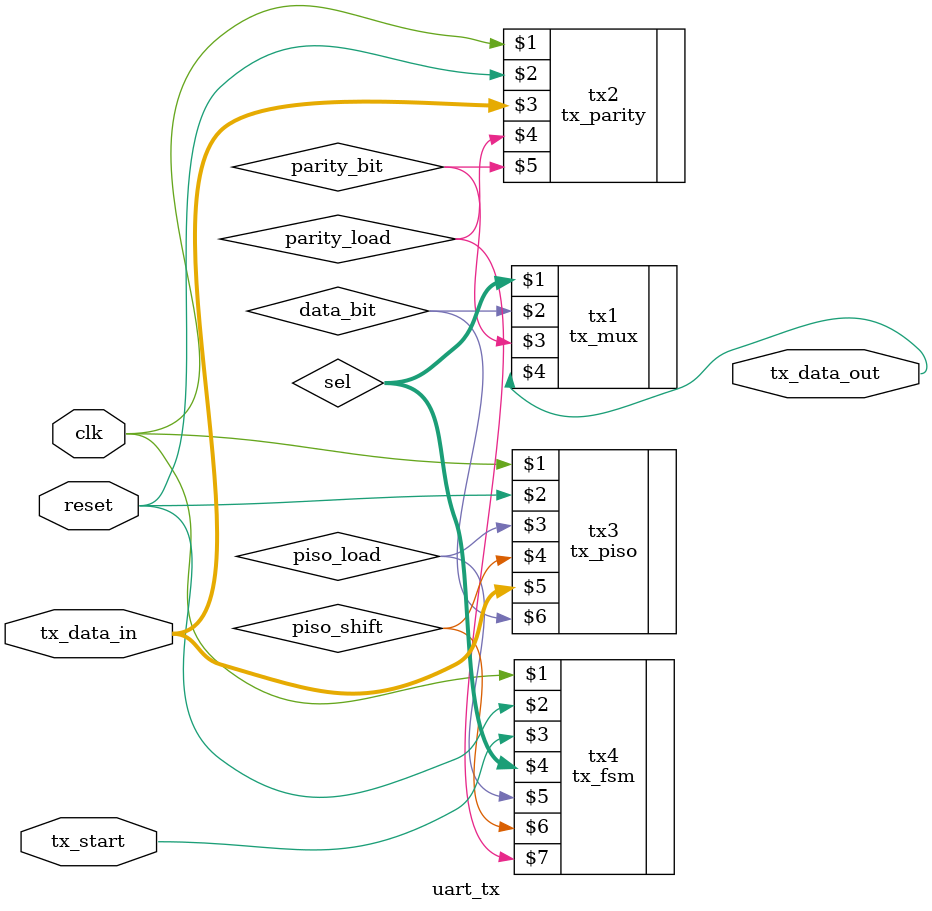
<source format=v>
`timescale 1ps / 1ps 


`include "tx_fsm.v"
`include "tx_mux.v"
`include "tx_piso.v"
`include "tx_parity.v"

module uart_tx(
    input clk,
    input reset,
    input tx_start,
    input [7:0] tx_data_in,                 // input data of 8 bits
    output tx_data_out);                    // packet of 11 bits given as output including start , data, parity and stop bits 

    wire parity_bit;
    wire data_bit;
    wire [1:0] sel;
    wire piso_load;
    wire parity_load;
    wire piso_shift;

    tx_mux tx1 ( sel, data_bit, parity_bit, tx_data_out );
    tx_parity tx2 (clk, reset, tx_data_in, parity_load, parity_bit );
    tx_piso tx3 (clk, reset, piso_load, piso_shift, tx_data_in, data_bit );
    tx_fsm tx4 ( clk, reset,tx_start, sel, piso_load, piso_shift, parity_load); 

endmodule

</source>
